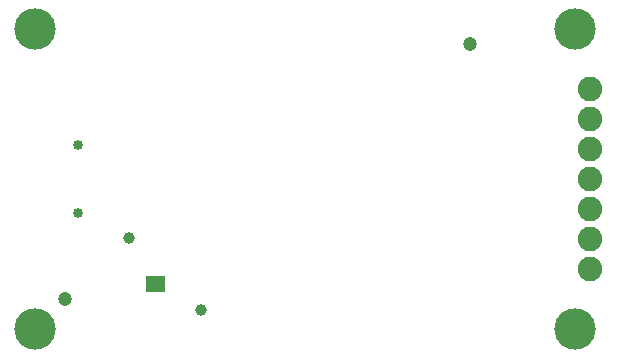
<source format=gbs>
G75*
%MOIN*%
%OFA0B0*%
%FSLAX25Y25*%
%IPPOS*%
%LPD*%
%AMOC8*
5,1,8,0,0,1.08239X$1,22.5*
%
%ADD10C,0.13800*%
%ADD11C,0.03950*%
%ADD12R,0.03300X0.05800*%
%ADD13C,0.03359*%
%ADD14C,0.04737*%
%ADD15C,0.08200*%
D10*
X0106255Y0075000D03*
X0286255Y0075000D03*
X0286255Y0175000D03*
X0106255Y0175000D03*
D11*
X0137397Y0105354D03*
X0161609Y0081142D03*
D12*
X0147855Y0090000D03*
X0144655Y0090000D03*
D13*
X0120566Y0113622D03*
X0120566Y0136378D03*
D14*
X0116255Y0085000D03*
X0251255Y0170000D03*
D15*
X0291255Y0155000D03*
X0291255Y0145000D03*
X0291255Y0135000D03*
X0291255Y0125000D03*
X0291255Y0115000D03*
X0291255Y0105000D03*
X0291255Y0095000D03*
M02*

</source>
